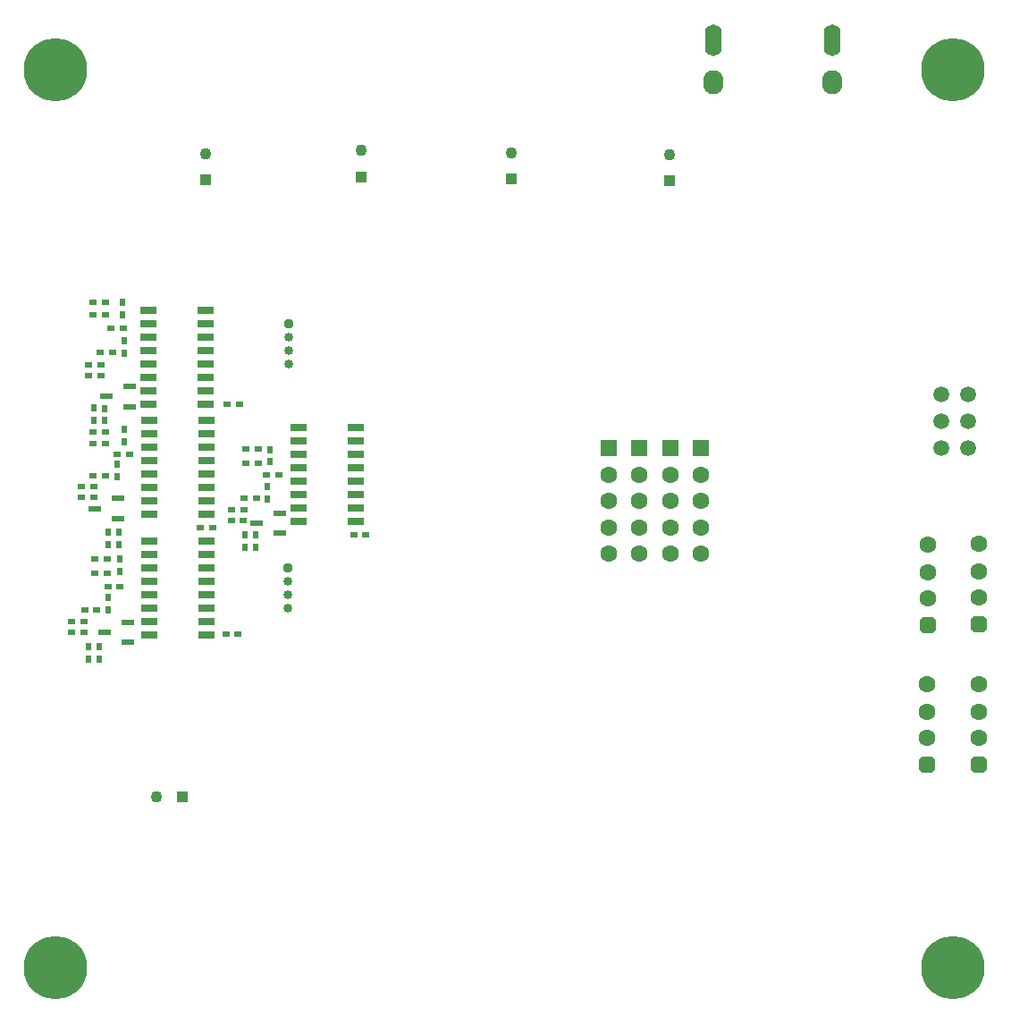
<source format=gbr>
%TF.GenerationSoftware,Altium Limited,Altium Designer,21.7.2 (23)*%
G04 Layer_Color=255*
%FSLAX24Y24*%
%MOIN*%
%TF.SameCoordinates,F115D885-3665-466D-A638-D1939FCD3409*%
%TF.FilePolarity,Positive*%
%TF.FileFunction,Pads,Bot*%
%TF.Part,Single*%
G01*
G75*
%TA.AperFunction,SMDPad,CuDef*%
%ADD10R,0.0250X0.0236*%
%ADD11R,0.0236X0.0250*%
%TA.AperFunction,ComponentPad*%
%ADD59C,0.0591*%
%ADD60C,0.0630*%
%ADD61R,0.0630X0.0630*%
%ADD62C,0.0433*%
%ADD63R,0.0433X0.0433*%
%ADD64O,0.0630X0.1181*%
%ADD65O,0.0748X0.0898*%
G04:AMPARAMS|DCode=66|XSize=33.5mil|YSize=33.5mil|CornerRadius=0mil|HoleSize=0mil|Usage=FLASHONLY|Rotation=270.000|XOffset=0mil|YOffset=0mil|HoleType=Round|Shape=Octagon|*
%AMOCTAGOND66*
4,1,8,-0.0084,-0.0167,0.0084,-0.0167,0.0167,-0.0084,0.0167,0.0084,0.0084,0.0167,-0.0084,0.0167,-0.0167,0.0084,-0.0167,-0.0084,-0.0084,-0.0167,0.0*
%
%ADD66OCTAGOND66*%

%ADD67C,0.0335*%
G04:AMPARAMS|DCode=68|XSize=63mil|YSize=63mil|CornerRadius=0mil|HoleSize=0mil|Usage=FLASHONLY|Rotation=90.000|XOffset=0mil|YOffset=0mil|HoleType=Round|Shape=Octagon|*
%AMOCTAGOND68*
4,1,8,0.0157,0.0315,-0.0157,0.0315,-0.0315,0.0157,-0.0315,-0.0157,-0.0157,-0.0315,0.0157,-0.0315,0.0315,-0.0157,0.0315,0.0157,0.0157,0.0315,0.0*
%
%ADD68OCTAGOND68*%

%TA.AperFunction,ViaPad*%
%ADD69C,0.2362*%
%TA.AperFunction,ComponentPad*%
%ADD70R,0.0433X0.0433*%
%TA.AperFunction,SMDPad,CuDef*%
%ADD74R,0.0600X0.0276*%
%ADD75R,0.0453X0.0236*%
D10*
X13077Y18110D02*
D03*
X13537D02*
D03*
X8510Y18661D02*
D03*
X8970D02*
D03*
X8516Y19055D02*
D03*
X8976D02*
D03*
X8983Y19488D02*
D03*
X9443D02*
D03*
X10276Y20354D02*
D03*
X9816D02*
D03*
X9061Y21299D02*
D03*
X9521D02*
D03*
X9061Y20787D02*
D03*
X9521D02*
D03*
X8313Y14409D02*
D03*
X8773D02*
D03*
X2565Y14488D02*
D03*
X3025D02*
D03*
X2565Y14882D02*
D03*
X3025D02*
D03*
X4370Y16181D02*
D03*
X3910D02*
D03*
X3044Y15315D02*
D03*
X3504D02*
D03*
X3438Y16693D02*
D03*
X3898D02*
D03*
X3431Y17205D02*
D03*
X3891D02*
D03*
X7362Y18386D02*
D03*
X7822D02*
D03*
X2920Y19528D02*
D03*
X3380D02*
D03*
X2920Y19921D02*
D03*
X3380D02*
D03*
X3359Y20315D02*
D03*
X3819D02*
D03*
X4718Y21102D02*
D03*
X4258D02*
D03*
X3353Y21496D02*
D03*
X3813D02*
D03*
X3353Y21929D02*
D03*
X3813D02*
D03*
X3353Y26772D02*
D03*
X3813D02*
D03*
X3189Y24055D02*
D03*
X3649D02*
D03*
X3195Y24449D02*
D03*
X3655D02*
D03*
X8353Y22992D02*
D03*
X8813D02*
D03*
X4488Y25827D02*
D03*
X4028D02*
D03*
X3628Y24921D02*
D03*
X4088D02*
D03*
X3359Y26299D02*
D03*
X3819D02*
D03*
D11*
X9409Y17638D02*
D03*
Y18098D02*
D03*
X9016Y17644D02*
D03*
Y18104D02*
D03*
X9843Y19455D02*
D03*
Y19915D02*
D03*
X9961Y20833D02*
D03*
Y21293D02*
D03*
X3189Y13477D02*
D03*
Y13937D02*
D03*
X3583Y13477D02*
D03*
Y13937D02*
D03*
X3937Y15321D02*
D03*
Y15781D02*
D03*
X4370Y16739D02*
D03*
Y17198D02*
D03*
X3937Y17762D02*
D03*
Y18222D02*
D03*
X4331Y17756D02*
D03*
Y18216D02*
D03*
X4258Y20282D02*
D03*
Y20742D02*
D03*
X4528Y21587D02*
D03*
Y22047D02*
D03*
X3780Y22368D02*
D03*
Y22828D02*
D03*
X3386Y22375D02*
D03*
Y22835D02*
D03*
X4528Y24888D02*
D03*
Y25348D02*
D03*
X4449Y26305D02*
D03*
Y26765D02*
D03*
D59*
X34984Y23362D02*
D03*
X35984D02*
D03*
X34984Y22362D02*
D03*
X35984D02*
D03*
X34984Y21362D02*
D03*
X35984D02*
D03*
D60*
X22598Y19386D02*
D03*
Y17402D02*
D03*
Y18386D02*
D03*
Y20354D02*
D03*
X23740Y19386D02*
D03*
Y17402D02*
D03*
Y18386D02*
D03*
Y20354D02*
D03*
X24882Y19386D02*
D03*
Y17402D02*
D03*
Y18386D02*
D03*
Y20354D02*
D03*
X26024Y19386D02*
D03*
Y17402D02*
D03*
Y18386D02*
D03*
Y20354D02*
D03*
X36378Y16732D02*
D03*
Y15764D02*
D03*
Y17764D02*
D03*
X34488Y16728D02*
D03*
Y15760D02*
D03*
Y17760D02*
D03*
X36378Y11520D02*
D03*
Y10551D02*
D03*
Y12551D02*
D03*
X34449Y11520D02*
D03*
Y10551D02*
D03*
Y12551D02*
D03*
D61*
X22598Y21354D02*
D03*
X23740D02*
D03*
X24882D02*
D03*
X26024D02*
D03*
D62*
X13366Y32441D02*
D03*
X18957Y32362D02*
D03*
X7559Y32323D02*
D03*
X24862Y32283D02*
D03*
X5709Y8346D02*
D03*
D63*
X13366Y31457D02*
D03*
X18957Y31378D02*
D03*
X7559Y31339D02*
D03*
X24862Y31299D02*
D03*
D64*
X26488Y36555D02*
D03*
X30913D02*
D03*
D65*
X26488Y34980D02*
D03*
X30913D02*
D03*
D66*
X10669Y25988D02*
D03*
X10630Y16892D02*
D03*
D67*
X10669Y25488D02*
D03*
Y24988D02*
D03*
Y24488D02*
D03*
X10630Y16392D02*
D03*
Y15892D02*
D03*
Y15392D02*
D03*
D68*
X36378Y14764D02*
D03*
X34488Y14760D02*
D03*
X36378Y9551D02*
D03*
X34449D02*
D03*
D69*
X35433Y1969D02*
D03*
X1969D02*
D03*
Y35433D02*
D03*
X35433D02*
D03*
D70*
X6693Y8346D02*
D03*
D74*
X11019Y18604D02*
D03*
Y19104D02*
D03*
Y19604D02*
D03*
Y20104D02*
D03*
Y20604D02*
D03*
Y21104D02*
D03*
Y21604D02*
D03*
Y22104D02*
D03*
X13154D02*
D03*
Y21604D02*
D03*
Y21104D02*
D03*
Y20604D02*
D03*
Y20104D02*
D03*
Y19604D02*
D03*
Y19104D02*
D03*
Y18604D02*
D03*
X5468Y18880D02*
D03*
Y19380D02*
D03*
Y19880D02*
D03*
Y20380D02*
D03*
Y20880D02*
D03*
Y21380D02*
D03*
Y21880D02*
D03*
Y22380D02*
D03*
X7603D02*
D03*
Y21880D02*
D03*
Y21380D02*
D03*
Y20880D02*
D03*
Y20380D02*
D03*
Y19880D02*
D03*
Y19380D02*
D03*
Y18880D02*
D03*
X5468Y14392D02*
D03*
Y14892D02*
D03*
Y15392D02*
D03*
Y15892D02*
D03*
Y16392D02*
D03*
Y16892D02*
D03*
Y17392D02*
D03*
Y17892D02*
D03*
X7603D02*
D03*
Y17392D02*
D03*
Y16892D02*
D03*
Y16392D02*
D03*
Y15892D02*
D03*
Y15392D02*
D03*
Y14892D02*
D03*
Y14392D02*
D03*
X5428Y22974D02*
D03*
Y23474D02*
D03*
Y23974D02*
D03*
Y24474D02*
D03*
Y24974D02*
D03*
Y25474D02*
D03*
Y25974D02*
D03*
Y26474D02*
D03*
X7564D02*
D03*
Y25974D02*
D03*
Y25474D02*
D03*
Y24974D02*
D03*
Y24474D02*
D03*
Y23974D02*
D03*
Y23474D02*
D03*
Y22974D02*
D03*
D75*
X10315Y18917D02*
D03*
Y18169D02*
D03*
X9449Y18543D02*
D03*
X4646Y14862D02*
D03*
Y14114D02*
D03*
X3780Y14488D02*
D03*
X4291Y19468D02*
D03*
Y18720D02*
D03*
X3425Y19094D02*
D03*
X4724Y23642D02*
D03*
Y22894D02*
D03*
X3858Y23268D02*
D03*
%TF.MD5,5834d05ba43d502528876d2cadf6f755*%
M02*

</source>
